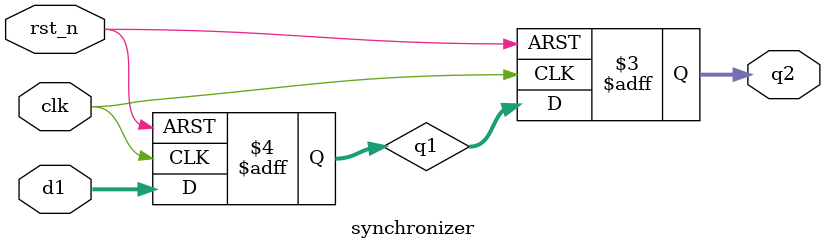
<source format=v>
module synchronizer #(parameter  addr_width =4   )(
    input   [addr_width:0]d1,
    input   clk , rst_n,
    output  reg [addr_width:0]q2

);
reg [addr_width:0] q1;
always @(posedge clk , negedge rst_n) begin
    if(!rst_n) begin
        q2<=0;
        q1<=0;
    end
    else begin
        q1<=d1;
        q2<=q1;        
    end
end
endmodule

</source>
